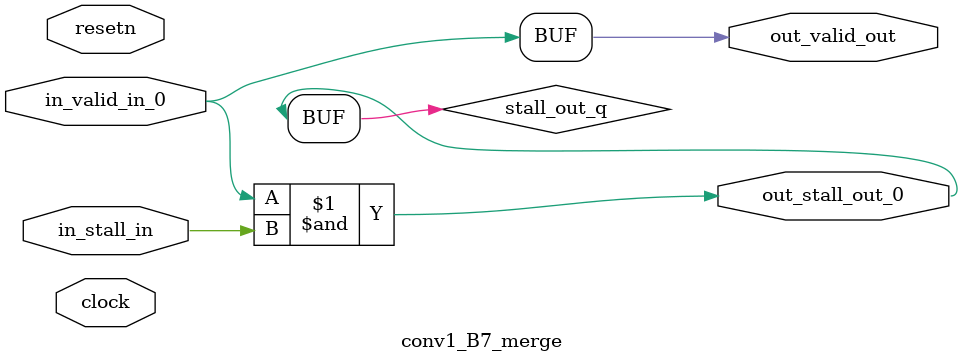
<source format=sv>



(* altera_attribute = "-name AUTO_SHIFT_REGISTER_RECOGNITION OFF; -name MESSAGE_DISABLE 10036; -name MESSAGE_DISABLE 10037; -name MESSAGE_DISABLE 14130; -name MESSAGE_DISABLE 14320; -name MESSAGE_DISABLE 15400; -name MESSAGE_DISABLE 14130; -name MESSAGE_DISABLE 10036; -name MESSAGE_DISABLE 12020; -name MESSAGE_DISABLE 12030; -name MESSAGE_DISABLE 12010; -name MESSAGE_DISABLE 12110; -name MESSAGE_DISABLE 14320; -name MESSAGE_DISABLE 13410; -name MESSAGE_DISABLE 113007; -name MESSAGE_DISABLE 10958" *)
module conv1_B7_merge (
    input wire [0:0] in_stall_in,
    input wire [0:0] in_valid_in_0,
    output wire [0:0] out_stall_out_0,
    output wire [0:0] out_valid_out,
    input wire clock,
    input wire resetn
    );

    wire [0:0] stall_out_q;


    // stall_out(LOGICAL,6)
    assign stall_out_q = in_valid_in_0 & in_stall_in;

    // out_stall_out_0(GPOUT,4)
    assign out_stall_out_0 = stall_out_q;

    // out_valid_out(GPOUT,5)
    assign out_valid_out = in_valid_in_0;

endmodule

</source>
